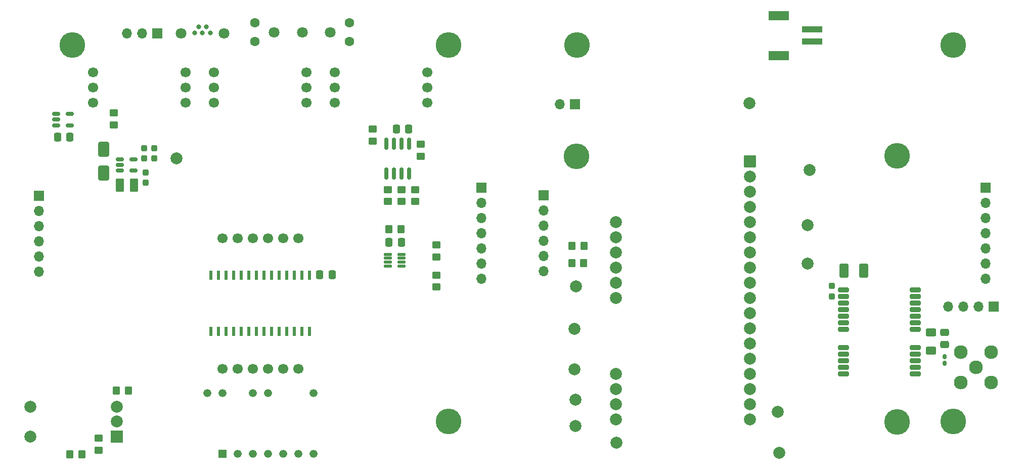
<source format=gbs>
G04 #@! TF.GenerationSoftware,KiCad,Pcbnew,8.0.4*
G04 #@! TF.CreationDate,2024-07-29T21:25:00+02:00*
G04 #@! TF.ProjectId,gps,6770732e-6b69-4636-9164-5f7063625858,rev?*
G04 #@! TF.SameCoordinates,Original*
G04 #@! TF.FileFunction,Soldermask,Bot*
G04 #@! TF.FilePolarity,Negative*
%FSLAX46Y46*%
G04 Gerber Fmt 4.6, Leading zero omitted, Abs format (unit mm)*
G04 Created by KiCad (PCBNEW 8.0.4) date 2024-07-29 21:25:00*
%MOMM*%
%LPD*%
G01*
G04 APERTURE LIST*
G04 Aperture macros list*
%AMRoundRect*
0 Rectangle with rounded corners*
0 $1 Rounding radius*
0 $2 $3 $4 $5 $6 $7 $8 $9 X,Y pos of 4 corners*
0 Add a 4 corners polygon primitive as box body*
4,1,4,$2,$3,$4,$5,$6,$7,$8,$9,$2,$3,0*
0 Add four circle primitives for the rounded corners*
1,1,$1+$1,$2,$3*
1,1,$1+$1,$4,$5*
1,1,$1+$1,$6,$7*
1,1,$1+$1,$8,$9*
0 Add four rect primitives between the rounded corners*
20,1,$1+$1,$2,$3,$4,$5,0*
20,1,$1+$1,$4,$5,$6,$7,0*
20,1,$1+$1,$6,$7,$8,$9,0*
20,1,$1+$1,$8,$9,$2,$3,0*%
G04 Aperture macros list end*
%ADD10C,1.700000*%
%ADD11C,4.300000*%
%ADD12C,1.800000*%
%ADD13C,1.600000*%
%ADD14C,0.800000*%
%ADD15C,1.803150*%
%ADD16R,1.700000X1.700000*%
%ADD17O,1.700000X1.700000*%
%ADD18R,1.337000X1.337000*%
%ADD19C,1.337000*%
%ADD20R,2.000000X2.000000*%
%ADD21C,2.000000*%
%ADD22RoundRect,0.150000X0.150000X-0.825000X0.150000X0.825000X-0.150000X0.825000X-0.150000X-0.825000X0*%
%ADD23RoundRect,0.237500X0.237500X-0.300000X0.237500X0.300000X-0.237500X0.300000X-0.237500X-0.300000X0*%
%ADD24RoundRect,0.200000X0.700000X0.200000X-0.700000X0.200000X-0.700000X-0.200000X0.700000X-0.200000X0*%
%ADD25RoundRect,0.250000X-0.337500X-0.475000X0.337500X-0.475000X0.337500X0.475000X-0.337500X0.475000X0*%
%ADD26RoundRect,0.150000X-0.512500X-0.150000X0.512500X-0.150000X0.512500X0.150000X-0.512500X0.150000X0*%
%ADD27RoundRect,0.102000X0.900000X0.900000X-0.900000X0.900000X-0.900000X-0.900000X0.900000X-0.900000X0*%
%ADD28C,2.004000*%
%ADD29RoundRect,0.250000X-0.450000X0.350000X-0.450000X-0.350000X0.450000X-0.350000X0.450000X0.350000X0*%
%ADD30RoundRect,0.250000X0.350000X0.450000X-0.350000X0.450000X-0.350000X-0.450000X0.350000X-0.450000X0*%
%ADD31RoundRect,0.250001X0.462499X0.849999X-0.462499X0.849999X-0.462499X-0.849999X0.462499X-0.849999X0*%
%ADD32RoundRect,0.160000X0.160000X-0.222500X0.160000X0.222500X-0.160000X0.222500X-0.160000X-0.222500X0*%
%ADD33RoundRect,0.250000X-0.475000X0.337500X-0.475000X-0.337500X0.475000X-0.337500X0.475000X0.337500X0*%
%ADD34RoundRect,0.250000X-0.350000X-0.450000X0.350000X-0.450000X0.350000X0.450000X-0.350000X0.450000X0*%
%ADD35RoundRect,0.250000X0.450000X-0.350000X0.450000X0.350000X-0.450000X0.350000X-0.450000X-0.350000X0*%
%ADD36RoundRect,0.250000X0.337500X0.475000X-0.337500X0.475000X-0.337500X-0.475000X0.337500X-0.475000X0*%
%ADD37RoundRect,0.250000X-0.625000X0.400000X-0.625000X-0.400000X0.625000X-0.400000X0.625000X0.400000X0*%
%ADD38RoundRect,0.125000X0.537500X0.125000X-0.537500X0.125000X-0.537500X-0.125000X0.537500X-0.125000X0*%
%ADD39RoundRect,0.250000X-0.650000X1.000000X-0.650000X-1.000000X0.650000X-1.000000X0.650000X1.000000X0*%
%ADD40C,2.300000*%
%ADD41R,0.510000X1.500000*%
%ADD42RoundRect,0.250001X0.499999X0.924999X-0.499999X0.924999X-0.499999X-0.924999X0.499999X-0.924999X0*%
%ADD43R,3.500000X1.000000*%
%ADD44R,3.400000X1.500000*%
G04 APERTURE END LIST*
D10*
X86250000Y-56050000D03*
X101750000Y-56050000D03*
X86250000Y-58590000D03*
X86250000Y-61130000D03*
X101750000Y-61130000D03*
X101750000Y-58590000D03*
D11*
X125500000Y-114500000D03*
D12*
X105730000Y-49330000D03*
X101030000Y-49330000D03*
D13*
X108930000Y-50930000D03*
X108930000Y-47730000D03*
D12*
X96330000Y-49330000D03*
D13*
X93130000Y-50930000D03*
X93130000Y-47730000D03*
D14*
X85620000Y-49430000D03*
X84970000Y-48430000D03*
X84320000Y-49430000D03*
X83670000Y-48430000D03*
X83020000Y-49430000D03*
D15*
X87895000Y-49540000D03*
X80745000Y-49540000D03*
D11*
X125500000Y-51500000D03*
D10*
X87650000Y-105700000D03*
X90190000Y-105700000D03*
X92730000Y-105700000D03*
X95270000Y-105700000D03*
X97810000Y-105700000D03*
X100350000Y-105700000D03*
X100350000Y-83800000D03*
X97810000Y-83800000D03*
X95270000Y-83800000D03*
X92730000Y-83800000D03*
X90190000Y-83800000D03*
X87650000Y-83800000D03*
X66000000Y-56050000D03*
X81500000Y-56050000D03*
X66000000Y-58590000D03*
X66000000Y-61130000D03*
X81500000Y-61130000D03*
X81500000Y-58590000D03*
D11*
X62500000Y-51500000D03*
D16*
X215450000Y-75380000D03*
D17*
X215450000Y-77920000D03*
X215450000Y-80460000D03*
X215450000Y-83000000D03*
X215450000Y-85540000D03*
X215450000Y-88080000D03*
X215450000Y-90620000D03*
D16*
X141450000Y-76650000D03*
D17*
X141450000Y-79190000D03*
X141450000Y-81730000D03*
X141450000Y-84270000D03*
X141450000Y-86810000D03*
X141450000Y-89350000D03*
D10*
X106500000Y-56050000D03*
X122000000Y-56050000D03*
X106500000Y-58590000D03*
X106500000Y-61130000D03*
X122000000Y-61130000D03*
X122000000Y-58590000D03*
D18*
X87650000Y-119880000D03*
D19*
X90190000Y-119880000D03*
X92730000Y-119880000D03*
X95270000Y-119880000D03*
X97810000Y-119880000D03*
X100350000Y-119880000D03*
X102890000Y-119880000D03*
X102890000Y-109720000D03*
X95270000Y-109720000D03*
X92730000Y-109720000D03*
X87650000Y-109720000D03*
X85110000Y-109720000D03*
D20*
X70000000Y-117000000D03*
D21*
X70000000Y-112000000D03*
X70000000Y-114500000D03*
X55500000Y-117000000D03*
X55500000Y-112000000D03*
D22*
X118880000Y-72955000D03*
X117610000Y-72955000D03*
X116340000Y-72955000D03*
X115070000Y-72955000D03*
X115070000Y-68005000D03*
X116340000Y-68005000D03*
X117610000Y-68005000D03*
X118880000Y-68005000D03*
D21*
X180900000Y-119730000D03*
D23*
X76269930Y-70462500D03*
X76269930Y-68737500D03*
D11*
X200600000Y-114520000D03*
X146950000Y-70100000D03*
D24*
X203670000Y-92480000D03*
X203670000Y-93580000D03*
X203670000Y-94680000D03*
X203670000Y-95780000D03*
X203670000Y-96880000D03*
X203670000Y-97980000D03*
X203670000Y-99080000D03*
X203670000Y-102080000D03*
X203670000Y-103180000D03*
X203670000Y-104280000D03*
X203670000Y-105380000D03*
X203670000Y-106480000D03*
X191670000Y-106480000D03*
X191670000Y-105380000D03*
X191670000Y-104280000D03*
X191670000Y-103180000D03*
X191670000Y-102080000D03*
X191670000Y-99080000D03*
X191670000Y-97980000D03*
X191670000Y-96880000D03*
X191670000Y-95780000D03*
X191670000Y-94680000D03*
X191670000Y-93580000D03*
X191670000Y-92480000D03*
D16*
X130999930Y-75380000D03*
D17*
X130999930Y-77920000D03*
X130999930Y-80460000D03*
X130999930Y-83000000D03*
X130999930Y-85540000D03*
X130999930Y-88080000D03*
X130999930Y-90620000D03*
D25*
X103929170Y-89900000D03*
X106004170Y-89900000D03*
D26*
X59832500Y-64910000D03*
X59832500Y-63960000D03*
X59832500Y-63010000D03*
X62107500Y-63010000D03*
X62107500Y-64910000D03*
D16*
X216820000Y-95280000D03*
D17*
X214280000Y-95280000D03*
X211740000Y-95280000D03*
X209200000Y-95280000D03*
D21*
X175862500Y-61200000D03*
X153662500Y-118000000D03*
D27*
X176012500Y-70920000D03*
D28*
X176012500Y-73460000D03*
X176012500Y-76000000D03*
X176012500Y-78540000D03*
X176012500Y-81080000D03*
X176012500Y-83620000D03*
X176012500Y-86160000D03*
X176012500Y-88700000D03*
X176012500Y-91240000D03*
X176012500Y-93780000D03*
X176012500Y-96320000D03*
X176012500Y-98860000D03*
X176012500Y-101400000D03*
X176012500Y-103940000D03*
X176012500Y-106480000D03*
X176012500Y-109020000D03*
X176012500Y-111560000D03*
X176012500Y-114100000D03*
X153512500Y-114100000D03*
X153512500Y-111560000D03*
X153512500Y-109020000D03*
X153512500Y-106480000D03*
X153512500Y-93780000D03*
X153512500Y-91240000D03*
X153512500Y-88700000D03*
X153512500Y-86160000D03*
X153512500Y-83620000D03*
X153512500Y-81080000D03*
D29*
X123480000Y-84920000D03*
X123480000Y-86920000D03*
D30*
X148200000Y-85100000D03*
X146200000Y-85100000D03*
D23*
X189720000Y-93547500D03*
X189720000Y-91822500D03*
D31*
X72832430Y-74900000D03*
X70507430Y-74900000D03*
D11*
X210000000Y-51500000D03*
X200580000Y-70020000D03*
D32*
X208590000Y-104772500D03*
X208590000Y-103627500D03*
D23*
X74844930Y-74512500D03*
X74844930Y-72787500D03*
D21*
X79940000Y-70410000D03*
D25*
X116767500Y-65501976D03*
X118842500Y-65501976D03*
D33*
X208580000Y-99552500D03*
X208580000Y-101627500D03*
D21*
X146740000Y-110810000D03*
D34*
X62120000Y-119990000D03*
X64120000Y-119990000D03*
D35*
X115355000Y-77670000D03*
X115355000Y-75670000D03*
D29*
X120890000Y-68090000D03*
X120890000Y-70090000D03*
D36*
X117617500Y-84520000D03*
X115542500Y-84520000D03*
D16*
X56974930Y-76675000D03*
D17*
X56974930Y-79215000D03*
X56974930Y-81755000D03*
X56974930Y-84295000D03*
X56974930Y-86835000D03*
X56974930Y-89375000D03*
D11*
X210000000Y-114500000D03*
D21*
X180640000Y-112840000D03*
D37*
X206300000Y-99550000D03*
X206300000Y-102650000D03*
D35*
X123480000Y-91980000D03*
X123480000Y-89980000D03*
D21*
X185650000Y-88020000D03*
X185940000Y-72400000D03*
X185620000Y-81610000D03*
D38*
X117627500Y-86495000D03*
X117627500Y-87145000D03*
X117627500Y-87795000D03*
X117627500Y-88445000D03*
X115352500Y-88445000D03*
X115352500Y-87795000D03*
X115352500Y-87145000D03*
X115352500Y-86495000D03*
D29*
X112780000Y-65550000D03*
X112780000Y-67550000D03*
D39*
X67740000Y-68890000D03*
X67740000Y-72890000D03*
D35*
X117605000Y-77667906D03*
X117605000Y-75667906D03*
D34*
X69900000Y-109300000D03*
X71900000Y-109300000D03*
D21*
X146870000Y-91907500D03*
D16*
X146700000Y-61380000D03*
D17*
X144160000Y-61380000D03*
D40*
X213811250Y-105380000D03*
X211271250Y-107920000D03*
X216351250Y-107920000D03*
X211271250Y-102840000D03*
X216351250Y-102840000D03*
D21*
X146790000Y-115250000D03*
D35*
X69480000Y-64860000D03*
X69480000Y-62860000D03*
D41*
X102255000Y-99400000D03*
X100985000Y-99400000D03*
X99715000Y-99400000D03*
X98445000Y-99400000D03*
X97175000Y-99400000D03*
X95905000Y-99400000D03*
X94635000Y-99400000D03*
X93365000Y-99400000D03*
X92095000Y-99400000D03*
X90825000Y-99400000D03*
X89555000Y-99400000D03*
X88285000Y-99400000D03*
X87015000Y-99400000D03*
X85745000Y-99400000D03*
X85745000Y-90000000D03*
X87015000Y-90000000D03*
X88285000Y-90000000D03*
X89555000Y-90000000D03*
X90825000Y-90000000D03*
X92095000Y-90000000D03*
X93365000Y-90000000D03*
X94635000Y-90000000D03*
X95905000Y-90000000D03*
X97175000Y-90000000D03*
X98445000Y-90000000D03*
X99715000Y-90000000D03*
X100985000Y-90000000D03*
X102255000Y-90000000D03*
D25*
X60042500Y-66930000D03*
X62117500Y-66930000D03*
D42*
X194995000Y-89280000D03*
X191745000Y-89280000D03*
D23*
X74569930Y-70462500D03*
X74569930Y-68737500D03*
D30*
X148160000Y-87967500D03*
X146160000Y-87967500D03*
D21*
X146630000Y-105740000D03*
D43*
X186378000Y-50890000D03*
X186378000Y-48890000D03*
D44*
X180828000Y-53240000D03*
X180828000Y-46540000D03*
D21*
X146630000Y-99020000D03*
D16*
X76770000Y-49515000D03*
D17*
X74230000Y-49515000D03*
X71690000Y-49515000D03*
D35*
X119905000Y-77667906D03*
X119905000Y-75667906D03*
D26*
X70482430Y-72500000D03*
X70482430Y-71550000D03*
X70482430Y-70600000D03*
X72757430Y-70600000D03*
X72757430Y-72500000D03*
D29*
X66970000Y-117290000D03*
X66970000Y-119290000D03*
D30*
X117560000Y-82270000D03*
X115560000Y-82270000D03*
D11*
X147000000Y-51500000D03*
M02*

</source>
